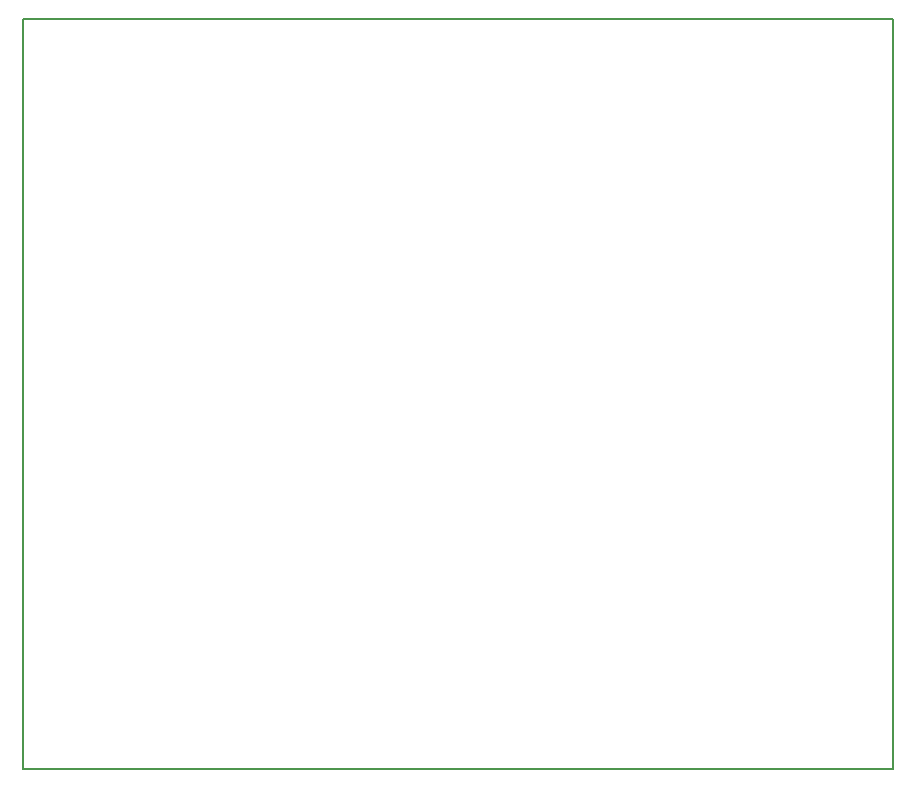
<source format=gbr>
G04 DesignSpark PCB Gerber Version 11.0 Build 5877*
%FSLAX35Y35*%
%MOIN*%
%ADD10C,0.00500*%
X0Y0D02*
D02*
D10*
X250Y250D02*
X290250D01*
Y250250D01*
X250D01*
Y250D01*
X0Y0D02*
M02*

</source>
